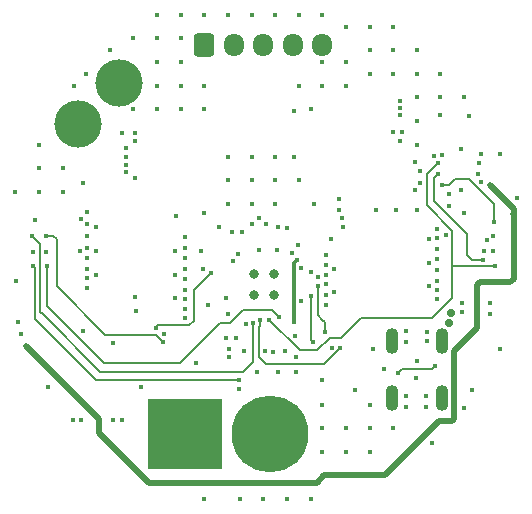
<source format=gbr>
%TF.GenerationSoftware,KiCad,Pcbnew,(6.0.9)*%
%TF.CreationDate,2023-01-25T10:50:16+01:00*%
%TF.ProjectId,BatteryManagementBoard,42617474-6572-4794-9d61-6e6167656d65,rev?*%
%TF.SameCoordinates,Original*%
%TF.FileFunction,Copper,L3,Inr*%
%TF.FilePolarity,Positive*%
%FSLAX46Y46*%
G04 Gerber Fmt 4.6, Leading zero omitted, Abs format (unit mm)*
G04 Created by KiCad (PCBNEW (6.0.9)) date 2023-01-25 10:50:16*
%MOMM*%
%LPD*%
G01*
G04 APERTURE LIST*
G04 Aperture macros list*
%AMRoundRect*
0 Rectangle with rounded corners*
0 $1 Rounding radius*
0 $2 $3 $4 $5 $6 $7 $8 $9 X,Y pos of 4 corners*
0 Add a 4 corners polygon primitive as box body*
4,1,4,$2,$3,$4,$5,$6,$7,$8,$9,$2,$3,0*
0 Add four circle primitives for the rounded corners*
1,1,$1+$1,$2,$3*
1,1,$1+$1,$4,$5*
1,1,$1+$1,$6,$7*
1,1,$1+$1,$8,$9*
0 Add four rect primitives between the rounded corners*
20,1,$1+$1,$2,$3,$4,$5,0*
20,1,$1+$1,$4,$5,$6,$7,0*
20,1,$1+$1,$6,$7,$8,$9,0*
20,1,$1+$1,$8,$9,$2,$3,0*%
G04 Aperture macros list end*
%TA.AperFunction,ComponentPad*%
%ADD10O,1.100000X2.200000*%
%TD*%
%TA.AperFunction,ComponentPad*%
%ADD11RoundRect,0.250000X-0.600000X-0.725000X0.600000X-0.725000X0.600000X0.725000X-0.600000X0.725000X0*%
%TD*%
%TA.AperFunction,ComponentPad*%
%ADD12O,1.700000X1.950000*%
%TD*%
%TA.AperFunction,ComponentPad*%
%ADD13C,6.500000*%
%TD*%
%TA.AperFunction,ComponentPad*%
%ADD14R,6.300000X6.000000*%
%TD*%
%TA.AperFunction,ComponentPad*%
%ADD15C,4.000000*%
%TD*%
%TA.AperFunction,ViaPad*%
%ADD16C,0.450000*%
%TD*%
%TA.AperFunction,ViaPad*%
%ADD17C,0.800000*%
%TD*%
%TA.AperFunction,ViaPad*%
%ADD18C,0.500000*%
%TD*%
%TA.AperFunction,ViaPad*%
%ADD19C,0.700000*%
%TD*%
%TA.AperFunction,Conductor*%
%ADD20C,0.200000*%
%TD*%
%TA.AperFunction,Conductor*%
%ADD21C,0.500000*%
%TD*%
%TA.AperFunction,Conductor*%
%ADD22C,0.300000*%
%TD*%
G04 APERTURE END LIST*
D10*
%TO.N,unconnected-(J201-PadS1)*%
%TO.C,J201*%
X165150000Y-107600000D03*
%TO.N,unconnected-(J201-PadS2)*%
X160850000Y-107600000D03*
%TO.N,unconnected-(J201-PadS3)*%
X165150000Y-112400000D03*
%TO.N,unconnected-(J201-PadS4)*%
X160850000Y-112400000D03*
%TD*%
D11*
%TO.N,/P2-Connectors/Cell4*%
%TO.C,J208*%
X145000000Y-82525000D03*
D12*
%TO.N,/P2-Connectors/Cell3*%
X147500000Y-82525000D03*
%TO.N,/P2-Connectors/Cell2*%
X150000000Y-82525000D03*
%TO.N,/P2-Connectors/Cell1*%
X152500000Y-82525000D03*
%TO.N,GND*%
X155000000Y-82525000D03*
%TD*%
D13*
%TO.N,GND*%
%TO.C,J204*%
X150600000Y-115500000D03*
D14*
%TO.N,+BATT*%
X143400000Y-115500000D03*
%TD*%
D15*
%TO.N,GND*%
%TO.C,J202*%
X137817767Y-85732233D03*
%TO.N,VOUT*%
X134282233Y-89267767D03*
%TD*%
D16*
%TO.N,GND*%
X144750000Y-100000000D03*
X129500000Y-107000000D03*
X131750000Y-111500000D03*
X134750000Y-106750000D03*
X137250000Y-107750000D03*
X170000000Y-91750000D03*
X171500000Y-95500000D03*
X170000000Y-108250000D03*
X167000000Y-113250000D03*
X164250000Y-116250000D03*
X159250000Y-108250000D03*
X157750000Y-111750000D03*
X152750000Y-109000000D03*
X144300000Y-109500000D03*
X163000000Y-96500000D03*
X161250000Y-96500000D03*
X159500000Y-96500000D03*
X154250000Y-96000000D03*
X146250000Y-98000000D03*
X145000000Y-96750000D03*
X152750000Y-110250000D03*
X151250000Y-110250000D03*
X149500000Y-110250000D03*
X131000000Y-91000000D03*
X131000000Y-93000000D03*
X133000000Y-93000000D03*
X134750000Y-94250000D03*
X133000000Y-95000000D03*
X131000000Y-95000000D03*
X129000000Y-95000000D03*
X154998966Y-83989733D03*
X156996900Y-83989733D03*
X156996900Y-85987667D03*
X153999999Y-87997933D03*
X155000000Y-86000000D03*
X153000000Y-86000000D03*
X134000000Y-86000000D03*
X135000000Y-85000000D03*
X137000000Y-83000000D03*
X137993844Y-89992789D03*
X138996922Y-87994855D03*
X138989733Y-81999999D03*
X141000000Y-80000000D03*
X141000000Y-82000000D03*
X141000000Y-84000000D03*
X141000000Y-86000000D03*
X141000000Y-88000000D03*
X145000000Y-88000000D03*
X145000000Y-86000000D03*
X143000000Y-88000000D03*
X143000000Y-86000000D03*
X143000000Y-84000000D03*
X142994855Y-81994855D03*
X142996965Y-79994855D03*
X144994899Y-79994855D03*
X146992833Y-79994855D03*
X148998988Y-79994855D03*
X150996922Y-79994855D03*
X152994855Y-79994855D03*
X154992789Y-79994855D03*
X156998944Y-80997933D03*
X162999999Y-90998966D03*
X162999999Y-88996900D03*
X161000000Y-81000000D03*
X158991799Y-80992833D03*
X158991799Y-82990766D03*
X162999999Y-82990766D03*
X160998966Y-82989733D03*
X158988700Y-84987667D03*
X160998966Y-84987667D03*
X162996900Y-84987667D03*
X162996900Y-86997933D03*
X166992767Y-86997933D03*
X164994834Y-84987667D03*
X164994834Y-86997933D03*
X155001033Y-110940401D03*
X154988700Y-112999999D03*
X158996900Y-112999999D03*
X160987667Y-114998966D03*
X145000000Y-121000000D03*
X147994855Y-120991778D03*
X154000000Y-121000000D03*
X152000000Y-121000000D03*
X149991778Y-120991778D03*
X152994855Y-93994855D03*
X151000000Y-92000000D03*
X148995192Y-91994518D03*
X147000000Y-92000000D03*
X151000000Y-94000000D03*
X147000000Y-96000000D03*
X151000000Y-96000000D03*
X149000000Y-96000000D03*
X149000000Y-94000000D03*
X147000000Y-94000000D03*
X155000000Y-115000000D03*
X159000000Y-115000000D03*
X157000000Y-115000000D03*
X159000000Y-117000000D03*
X157000000Y-117000000D03*
X155000000Y-117000000D03*
X160200000Y-110000000D03*
%TO.N,/P2-Connectors/USB-P*%
X161399832Y-110299832D03*
%TO.N,GND*%
X147100000Y-109000000D03*
X147900000Y-111700000D03*
X141600000Y-107000000D03*
X164410000Y-91980000D03*
X168460000Y-94160000D03*
X168420000Y-91790000D03*
X168891670Y-99091392D03*
X156650878Y-97209122D03*
X152440000Y-100200000D03*
X147890000Y-100230000D03*
X144860000Y-101500000D03*
X161710000Y-89960000D03*
X139110000Y-90010000D03*
X152000000Y-98040000D03*
X147330000Y-98410000D03*
%TO.N,VBUS*%
X166700000Y-91340000D03*
%TO.N,GND*%
X164700000Y-101600000D03*
X163800000Y-113200000D03*
X162100000Y-112300000D03*
X145300000Y-104600000D03*
X165690000Y-95200000D03*
X152600000Y-92000000D03*
X163300000Y-93200000D03*
X143400000Y-105700000D03*
X130700000Y-97400000D03*
X142500000Y-100000000D03*
X166800000Y-105200000D03*
X162100000Y-106800000D03*
X167700000Y-111800000D03*
X139600000Y-111500000D03*
X149000000Y-97700000D03*
X156400000Y-95600000D03*
X135100000Y-101500000D03*
X138400000Y-93300000D03*
X169200000Y-105300000D03*
X155800000Y-108200000D03*
X134500000Y-100000000D03*
D17*
X149200000Y-103700000D03*
D16*
X143400000Y-103300000D03*
X130500000Y-100100000D03*
X138400000Y-92000000D03*
X155300000Y-101200000D03*
X164700000Y-98100000D03*
X151800000Y-108500000D03*
X164000000Y-99000000D03*
X164700000Y-98900000D03*
X161600000Y-87300000D03*
X169200000Y-104400000D03*
X163800000Y-112300000D03*
X138400000Y-92700000D03*
X129200000Y-106000000D03*
X156000000Y-103500000D03*
X147700000Y-107400000D03*
X143400000Y-99700000D03*
X149600000Y-97200000D03*
X155300000Y-102000000D03*
X135800000Y-100000000D03*
X155300000Y-104600000D03*
X164700000Y-100700000D03*
X135100000Y-98700000D03*
X155300000Y-102800000D03*
X143400000Y-98800000D03*
X135100000Y-103100000D03*
X164700000Y-102500000D03*
X162800000Y-92500000D03*
X131624500Y-100100000D03*
X134600000Y-114300000D03*
D17*
X150900000Y-103700000D03*
D16*
X148400000Y-108500000D03*
X163300000Y-94200000D03*
X150200000Y-97700000D03*
X143400000Y-104900000D03*
X155300000Y-103700000D03*
X162100000Y-113200000D03*
X142500000Y-102000000D03*
X142500000Y-104000000D03*
X135800000Y-98000000D03*
X168700000Y-100000000D03*
X138400000Y-91300000D03*
X155300000Y-100300000D03*
X164700000Y-103300000D03*
X162100000Y-107700000D03*
X146800000Y-107400000D03*
X167370000Y-88560000D03*
X137300000Y-114300000D03*
X155700000Y-99000000D03*
X166800000Y-104400000D03*
X135100000Y-100600000D03*
X156000000Y-101500000D03*
X163850000Y-107650000D03*
X162800000Y-94800000D03*
X143400000Y-101500000D03*
X135100000Y-96700000D03*
X169400000Y-100000000D03*
X164000000Y-101000000D03*
X167000000Y-96800000D03*
X161600000Y-88500000D03*
X150800000Y-108534500D03*
X164700000Y-104100000D03*
X143400000Y-100600000D03*
X133900000Y-114300000D03*
X152600000Y-88100000D03*
D17*
X149200000Y-101900000D03*
D16*
X152900000Y-99500000D03*
X164700000Y-99800000D03*
X143400000Y-102400000D03*
X139100000Y-93800000D03*
X161600000Y-87900000D03*
X143400000Y-104100000D03*
X150124500Y-108500000D03*
X135800000Y-102000000D03*
X135100000Y-99700000D03*
X164960000Y-88510000D03*
X165750000Y-96210000D03*
D17*
X150900000Y-101900000D03*
D16*
X164000000Y-103000000D03*
X163865000Y-106865000D03*
X138000000Y-114300000D03*
X134600000Y-97300000D03*
X135100000Y-102300000D03*
X135100000Y-97700000D03*
%TO.N,/P3-Charger/ACP*%
X154000000Y-101800000D03*
X156700000Y-98000000D03*
%TO.N,/P3-Charger/ACN*%
X156400000Y-96500000D03*
X153191973Y-101429983D03*
%TO.N,VOUT*%
X139100000Y-103900000D03*
X139250000Y-105100000D03*
%TO.N,/P3-Charger/VBUS-in*%
X152825000Y-100775000D03*
X152600000Y-106000000D03*
%TO.N,/P3-Charger/VDDA*%
X153206233Y-104193767D03*
X152700000Y-107200000D03*
%TO.N,/P3-Charger/COMP1*%
X148500000Y-106200000D03*
%TO.N,/P3-Charger/COMP2*%
X147000000Y-105300000D03*
%TO.N,/P3-Charger/REGN*%
X149600000Y-99900000D03*
%TO.N,BQ_IADPT*%
X147100000Y-108300000D03*
X141514502Y-107700000D03*
X131600000Y-98700000D03*
%TO.N,BQ_IBAT*%
X131700000Y-101300000D03*
X151300000Y-105600000D03*
D18*
%TO.N,+3.3V*%
X168700000Y-102600000D03*
D16*
X129050000Y-102540000D03*
D18*
X129900000Y-108000000D03*
D16*
X169180000Y-94410000D03*
D19*
%TO.N,/P2-Connectors/VBUS_connector*%
X165715688Y-106107186D03*
X165850000Y-105250000D03*
D16*
%TO.N,CC1*%
X168160000Y-93490000D03*
X162994502Y-109275500D03*
%TO.N,/P2-Connectors/USB-P*%
X164540210Y-109750000D03*
%TO.N,CC2*%
X168220000Y-92550000D03*
X162950000Y-110750000D03*
%TO.N,/P3-Charger/ILIM_HIZ*%
X154200000Y-107700000D03*
X154044500Y-103800000D03*
%TO.N,SDA*%
X169600000Y-101300000D03*
X164800000Y-92520000D03*
X150500000Y-105800000D03*
%TO.N,SCL*%
X149703061Y-105798166D03*
X168570000Y-100775500D03*
X156500000Y-108200000D03*
X164780000Y-93450000D03*
%TO.N,USBC_INT*%
X169410000Y-98700000D03*
X165120878Y-91864500D03*
%TO.N,BQ_CHRG_OK*%
X154600000Y-102200000D03*
X165475500Y-98600000D03*
%TO.N,BQ_EN_OTG*%
X154600000Y-103000000D03*
X155200000Y-106874500D03*
X130500000Y-101300000D03*
X147900000Y-110900000D03*
%TO.N,BQ_CMPOUT*%
X149145936Y-106132031D03*
X130400000Y-98700000D03*
%TO.N,/P3-Charger/CELL_BATPRESZ*%
X146800000Y-104000000D03*
%TO.N,/P3-Charger/!BATDRV*%
X140900000Y-106500000D03*
X145543767Y-101856233D03*
%TO.N,/P3-Charger/HIDRV2*%
X147400000Y-100800000D03*
X142600000Y-97000000D03*
%TO.N,/P3-Charger/LODRV2*%
X148200000Y-98400000D03*
X139100000Y-90700000D03*
%TO.N,/P3-Charger/LODRV1*%
X151200000Y-98000000D03*
X161000000Y-89900000D03*
%TO.N,/P3-Charger/HIDRV1*%
X161600000Y-90700000D03*
X151174500Y-99950000D03*
%TO.N,/P5-TUSB422 (Optional)/PTN_ENB*%
X166700000Y-94840000D03*
%TO.N,PTN_ID*%
X169530000Y-97500000D03*
X165110000Y-94420000D03*
%TD*%
D20*
%TO.N,BQ_IADPT*%
X132500000Y-99000000D02*
X132200000Y-98700000D01*
X136600000Y-107100000D02*
X132500000Y-103000000D01*
X141514502Y-107700000D02*
X140914502Y-107100000D01*
X140914502Y-107100000D02*
X136600000Y-107100000D01*
X132500000Y-103000000D02*
X132500000Y-99000000D01*
X132200000Y-98700000D02*
X131600000Y-98700000D01*
D21*
%TO.N,+3.3V*%
X168100000Y-106500000D02*
X168100000Y-102900000D01*
X166150000Y-108450000D02*
X168100000Y-106500000D01*
X166000000Y-114400000D02*
X166150000Y-114250000D01*
X166150000Y-114250000D02*
X166150000Y-108450000D01*
X155166296Y-119000000D02*
X160300000Y-119000000D01*
X154566296Y-119600000D02*
X155166296Y-119000000D01*
X164900000Y-114400000D02*
X166000000Y-114400000D01*
X140300000Y-119600000D02*
X154566296Y-119600000D01*
X136100000Y-114200000D02*
X136100000Y-115400000D01*
X129900000Y-108000000D02*
X136100000Y-114200000D01*
X136100000Y-115400000D02*
X140300000Y-119600000D01*
X160300000Y-119000000D02*
X164900000Y-114400000D01*
D20*
%TO.N,SCL*%
X167635500Y-100775500D02*
X168570000Y-100775500D01*
X167220000Y-100360000D02*
X167635500Y-100775500D01*
X167220000Y-98560000D02*
X167220000Y-100360000D01*
X164430000Y-95770000D02*
X167220000Y-98560000D01*
X164780000Y-93450000D02*
X164430000Y-93800000D01*
X164430000Y-93800000D02*
X164430000Y-95770000D01*
%TO.N,SDA*%
X166000000Y-98260000D02*
X166000000Y-101300000D01*
X163870000Y-96130000D02*
X166000000Y-98260000D01*
X163870000Y-93450000D02*
X163870000Y-96130000D01*
X164800000Y-92520000D02*
X163870000Y-93450000D01*
X166000000Y-103940000D02*
X166000000Y-101300000D01*
X155620000Y-107350000D02*
X156570000Y-107350000D01*
X154570000Y-108400000D02*
X155620000Y-107350000D01*
X156570000Y-107350000D02*
X158290001Y-105629999D01*
X153100000Y-108400000D02*
X154570000Y-108400000D01*
X150500000Y-105800000D02*
X153100000Y-108400000D01*
X158290001Y-105629999D02*
X164310001Y-105629999D01*
X164310001Y-105629999D02*
X166000000Y-103940000D01*
%TO.N,BQ_IBAT*%
X136470000Y-109460000D02*
X131700000Y-104690000D01*
X142940000Y-109460000D02*
X136470000Y-109460000D01*
X131700000Y-104690000D02*
X131700000Y-101300000D01*
X146300000Y-106100000D02*
X142940000Y-109460000D01*
X147200000Y-106100000D02*
X146300000Y-106100000D01*
X150700000Y-105000000D02*
X148300000Y-105000000D01*
X151300000Y-105600000D02*
X150700000Y-105000000D01*
X148300000Y-105000000D02*
X147200000Y-106100000D01*
%TO.N,BQ_EN_OTG*%
X135820000Y-110900000D02*
X147900000Y-110900000D01*
X130700000Y-105780000D02*
X135820000Y-110900000D01*
X130600000Y-101300000D02*
X130700000Y-101400000D01*
X130700000Y-101400000D02*
X130700000Y-105780000D01*
X130500000Y-101300000D02*
X130600000Y-101300000D01*
%TO.N,/P2-Connectors/USB-P*%
X161400000Y-110300000D02*
X161399832Y-110299832D01*
X161700000Y-110000000D02*
X161400000Y-110300000D01*
X164290210Y-110000000D02*
X161700000Y-110000000D01*
X164540210Y-109750000D02*
X164290210Y-110000000D01*
%TO.N,SCL*%
X149703061Y-106317369D02*
X149703061Y-105798166D01*
X149600000Y-106420430D02*
X149703061Y-106317369D01*
X149600000Y-109000000D02*
X149600000Y-106420430D01*
X150200000Y-109600000D02*
X149600000Y-109000000D01*
X155142463Y-109600000D02*
X150200000Y-109600000D01*
X156500000Y-108242463D02*
X155142463Y-109600000D01*
X156500000Y-108200000D02*
X156500000Y-108242463D01*
%TO.N,/P3-Charger/!BATDRV*%
X143700000Y-106300000D02*
X141100000Y-106300000D01*
X144100000Y-105900000D02*
X143700000Y-106300000D01*
X141100000Y-106300000D02*
X140900000Y-106500000D01*
X144100000Y-103300000D02*
X144100000Y-105900000D01*
X145543767Y-101856233D02*
X144100000Y-103300000D01*
D22*
%TO.N,/P3-Charger/VBUS-in*%
X152600000Y-106000000D02*
X152600000Y-101000000D01*
X152600000Y-101000000D02*
X152825000Y-100775000D01*
D21*
%TO.N,+3.3V*%
X170860000Y-102660000D02*
X171180000Y-102340000D01*
X168100000Y-102900000D02*
X168340000Y-102660000D01*
X168400000Y-102600000D02*
X168700000Y-102600000D01*
X171180000Y-102340000D02*
X171180000Y-96870000D01*
X171180000Y-96870000D02*
X171180000Y-96410000D01*
X171180000Y-96870000D02*
X171170000Y-96860000D01*
X168340000Y-102660000D02*
X170860000Y-102660000D01*
X168100000Y-102900000D02*
X168400000Y-102600000D01*
X171180000Y-96410000D02*
X169180000Y-94410000D01*
D20*
%TO.N,/P3-Charger/ILIM_HIZ*%
X154044500Y-103800000D02*
X154044500Y-107544500D01*
X154044500Y-107544500D02*
X154200000Y-107700000D01*
%TO.N,SDA*%
X166000000Y-101300000D02*
X169600000Y-101300000D01*
%TO.N,BQ_EN_OTG*%
X155000000Y-105800000D02*
X155200000Y-106000000D01*
X154600000Y-105400000D02*
X155000000Y-105800000D01*
X154600000Y-103000000D02*
X154600000Y-105400000D01*
X155200000Y-106000000D02*
X155200000Y-106874500D01*
%TO.N,BQ_CMPOUT*%
X131100000Y-100300000D02*
X131100000Y-99400000D01*
X131332843Y-105367157D02*
X131100000Y-105134314D01*
X131100000Y-105134314D02*
X131100000Y-100300000D01*
X149145936Y-106132031D02*
X149145936Y-109354064D01*
X131100000Y-99400000D02*
X130400000Y-98700000D01*
X148300000Y-110200000D02*
X136165686Y-110200000D01*
X149145936Y-109354064D02*
X148300000Y-110200000D01*
X136165686Y-110200000D02*
X131332843Y-105367157D01*
%TO.N,PTN_ID*%
X165700000Y-94420000D02*
X166230000Y-93890000D01*
X166230000Y-93890000D02*
X167400000Y-93890000D01*
X165110000Y-94420000D02*
X165700000Y-94420000D01*
X167400000Y-93890000D02*
X169530000Y-96020000D01*
X169530000Y-96020000D02*
X169530000Y-97500000D01*
%TD*%
M02*

</source>
